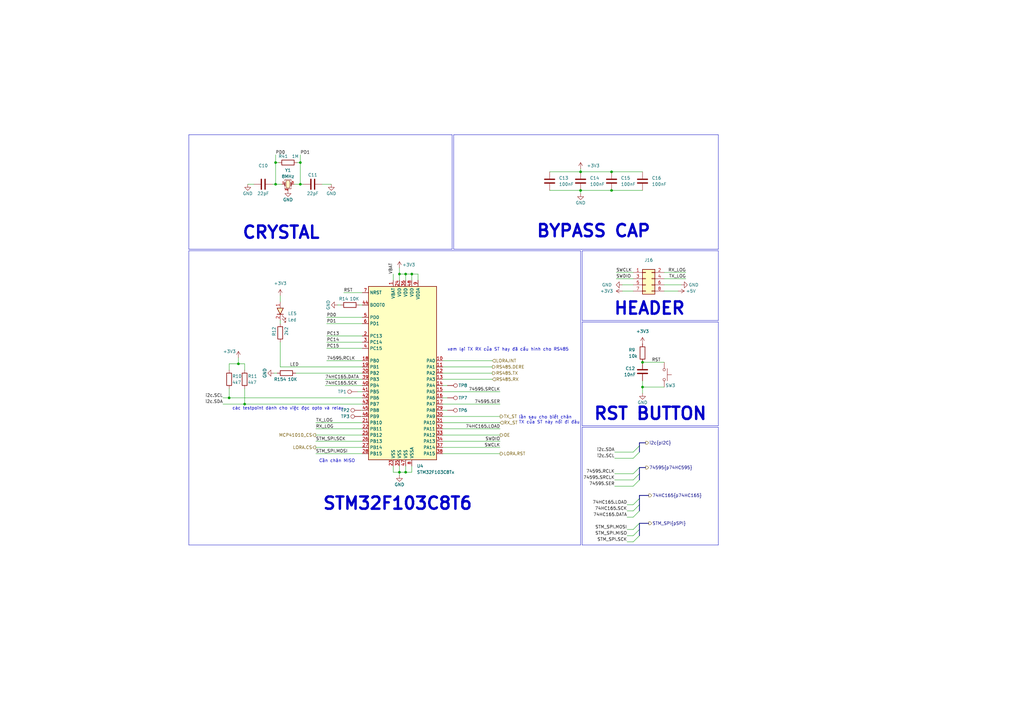
<source format=kicad_sch>
(kicad_sch (version 20230121) (generator eeschema)
  (paper "A3")
  (lib_symbols
    (symbol "Connector:TestPoint" (pin_numbers hide) (pin_names (offset 0.762) hide)
      (property "Reference" "TP" (at 0 6.858 0))
      (property "Value" "TestPoint" (at 0 5.08 0))
      (symbol "TestPoint_0_1"
        (circle (center 0 3.302) (radius 0.762))
      )
      (symbol "TestPoint_1_1"
        (pin passive line (at 0 0 90) (length 2.54) (name "1") (number "1"))
      )
    )
    (symbol "Connector_Generic:Conn_02x04_Odd_Even" (pin_names (offset 1.016) hide)
      (property "Reference" "J" (at 1.27 5.08 0))
      (property "Value" "Conn_02x04_Odd_Even" (at 1.27 -7.62 0))
      (symbol "Conn_02x04_Odd_Even_1_1"
        (rectangle (start -1.27 -4.953) (end 0 -5.207) (stroke (width 0.1524)))
        (rectangle (start -1.27 -2.413) (end 0 -2.667) (stroke (width 0.1524)))
        (rectangle (start -1.27 0.127) (end 0 -0.127) (stroke (width 0.1524)))
        (rectangle (start -1.27 2.667) (end 0 2.413) (stroke (width 0.1524)))
        (rectangle (start -1.27 3.81) (end 3.81 -6.35) (stroke (width 0.254)) (fill (type background)))
        (rectangle (start 3.81 -4.953) (end 2.54 -5.207) (stroke (width 0.1524)))
        (rectangle (start 3.81 -2.413) (end 2.54 -2.667) (stroke (width 0.1524)))
        (rectangle (start 3.81 0.127) (end 2.54 -0.127) (stroke (width 0.1524)))
        (rectangle (start 3.81 2.667) (end 2.54 2.413) (stroke (width 0.1524)))
        (pin passive line (at -5.08 2.54 0) (length 3.81) (name "Pin_1") (number "1"))
        (pin passive line (at 7.62 2.54 180) (length 3.81) (name "Pin_2") (number "2"))
        (pin passive line (at -5.08 0 0) (length 3.81) (name "Pin_3") (number "3"))
        (pin passive line (at 7.62 0 180) (length 3.81) (name "Pin_4") (number "4"))
        (pin passive line (at -5.08 -2.54 0) (length 3.81) (name "Pin_5") (number "5"))
        (pin passive line (at 7.62 -2.54 180) (length 3.81) (name "Pin_6") (number "6"))
        (pin passive line (at -5.08 -5.08 0) (length 3.81) (name "Pin_7") (number "7"))
        (pin passive line (at 7.62 -5.08 180) (length 3.81) (name "Pin_8") (number "8"))
      )
    )
    (symbol "Device:R" (pin_numbers hide) (pin_names (offset 0))
      (property "Reference" "R" (at 2.032 0 90))
      (property "Value" "R" (at 0 0 90))
      (symbol "R_0_1"
        (rectangle (start -1.016 -2.54) (end 1.016 2.54) (stroke (width 0.254)))
      )
      (symbol "R_1_1"
        (pin passive line (at 0 3.81 270) (length 1.27) (name "~") (number "1"))
        (pin passive line (at 0 -3.81 90) (length 1.27) (name "~") (number "2"))
      )
    )
    (symbol "GND_1" (power) (pin_names (offset 0))
      (property "Value" "GND_1" (at 0 -3.81 0))
      (symbol "GND_1_0_1"
        (polyline (pts (xy 0 0) (xy 0 -1.27) (xy 1.27 -1.27) (xy 0 -2.54) (xy -1.27 -1.27) (xy 0 -1.27)))
      )
      (symbol "GND_1_1_1"
        (pin power_in line (at 0 0 270) (length 0) hide (name "GND") (number "1"))
      )
    )
    (symbol "GND_2" (power) (pin_names (offset 0))
      (property "Value" "GND_2" (at 0 -3.81 0))
      (symbol "GND_2_0_1"
        (polyline (pts (xy 0 0) (xy 0 -1.27) (xy 1.27 -1.27) (xy 0 -2.54) (xy -1.27 -1.27) (xy 0 -1.27)))
      )
      (symbol "GND_2_1_1"
        (pin power_in line (at 0 0 270) (length 0) hide (name "GND") (number "1"))
      )
    )
    (symbol "GND_3" (power) (pin_names (offset 0))
      (property "Value" "GND_3" (at 0 -3.81 0))
      (symbol "GND_3_0_1"
        (polyline (pts (xy 0 0) (xy 0 -1.27) (xy 1.27 -1.27) (xy 0 -2.54) (xy -1.27 -1.27) (xy 0 -1.27)))
      )
      (symbol "GND_3_1_1"
        (pin power_in line (at 0 0 270) (length 0) hide (name "GND") (number "1"))
      )
    )
    (symbol "GND_4" (power) (pin_names (offset 0))
      (property "Value" "GND_4" (at 0 -3.81 0))
      (symbol "GND_4_0_1"
        (polyline (pts (xy 0 0) (xy 0 -1.27) (xy 1.27 -1.27) (xy 0 -2.54) (xy -1.27 -1.27) (xy 0 -1.27)))
      )
      (symbol "GND_4_1_1"
        (pin power_in line (at 0 0 270) (length 0) hide (name "GND") (number "1"))
      )
    )
    (symbol "GND_5" (power) (pin_names (offset 0))
      (property "Value" "GND_5" (at 0 -3.81 0))
      (symbol "GND_5_0_1"
        (polyline (pts (xy 0 0) (xy 0 -1.27) (xy 1.27 -1.27) (xy 0 -2.54) (xy -1.27 -1.27) (xy 0 -1.27)))
      )
      (symbol "GND_5_1_1"
        (pin power_in line (at 0 0 270) (length 0) hide (name "GND") (number "1"))
      )
    )
    (symbol "GND_6" (power) (pin_names (offset 0))
      (property "Value" "GND_6" (at 0 -3.81 0))
      (symbol "GND_6_0_1"
        (polyline (pts (xy 0 0) (xy 0 -1.27) (xy 1.27 -1.27) (xy 0 -2.54) (xy -1.27 -1.27) (xy 0 -1.27)))
      )
      (symbol "GND_6_1_1"
        (pin power_in line (at 0 0 270) (length 0) hide (name "GND") (number "1"))
      )
    )
    (symbol "GND_7" (power) (pin_names (offset 0))
      (property "Value" "GND_7" (at 0 -3.81 0))
      (symbol "GND_7_0_1"
        (polyline (pts (xy 0 0) (xy 0 -1.27) (xy 1.27 -1.27) (xy 0 -2.54) (xy -1.27 -1.27) (xy 0 -1.27)))
      )
      (symbol "GND_7_1_1"
        (pin power_in line (at 0 0 270) (length 0) hide (name "GND") (number "1"))
      )
    )
    (symbol "GND_8" (power) (pin_names (offset 0))
      (property "Value" "GND_8" (at 0 -3.81 0))
      (symbol "GND_8_0_1"
        (polyline (pts (xy 0 0) (xy 0 -1.27) (xy 1.27 -1.27) (xy 0 -2.54) (xy -1.27 -1.27) (xy 0 -1.27)))
      )
      (symbol "GND_8_1_1"
        (pin power_in line (at 0 0 270) (length 0) hide (name "GND") (number "1"))
      )
    )
    (symbol "GND_9" (power) (pin_names (offset 0))
      (property "Value" "GND_9" (at 0 -3.81 0))
      (symbol "GND_9_0_1"
        (polyline (pts (xy 0 0) (xy 0 -1.27) (xy 1.27 -1.27) (xy 0 -2.54) (xy -1.27 -1.27) (xy 0 -1.27)))
      )
      (symbol "GND_9_1_1"
        (pin power_in line (at 0 0 270) (length 0) hide (name "GND") (number "1"))
      )
    )
    (symbol "IVS_SYMBOLS:Crystal_MCU" (pin_names (offset 1.016) hide)
      (property "Reference" "Y" (at 1.27 4.445 0))
      (property "Value" "Crystal_MCU" (at 1.27 2.54 0))
      (symbol "Crystal_MCU_0_1"
        (polyline (pts (xy -1.27 -0.762) (xy -1.27 0.762)) (stroke (width 0.381)))
        (polyline (pts (xy 1.27 -0.762) (xy 1.27 0.762)) (stroke (width 0.381)))
        (polyline (pts (xy -1.27 -1.27) (xy -1.27 -1.905) (xy 1.27 -1.905) (xy 1.27 -1.27)))
        (polyline (pts (xy -1.27 1.27) (xy -1.27 1.905) (xy 1.27 1.905) (xy 1.27 1.27)))
      )
      (symbol "Crystal_MCU_1_1"
        (rectangle (start -0.762 1.524) (end 0.762 -1.524) (fill (type background)))
        (pin passive line (at -2.54 0 0) (length 1.27) (name "1") (number "1"))
        (pin passive line (at 0 -2.54 90) (length 0.635) (name "2") (number "2"))
        (pin passive line (at 2.54 0 180) (length 1.27) (name "3") (number "3"))
        (pin passive line (at 0 -2.54 90) (length 0.635) hide (name "4") (number "4"))
      )
    )
    (symbol "IVS_SYMBOLS:Led"
      (property "Reference" "LE" (at 0.508 -2.794 0))
      (property "Value" "Led" (at -0.254 2.794 0))
      (symbol "Led_0_1"
        (polyline (pts (xy 0 -1.27) (xy 0 1.27)) (stroke (width 0.254)))
        (polyline (pts (xy 2.54 -1.27) (xy 2.54 1.27) (xy 0 0) (xy 2.54 -1.27)) (stroke (width 0.254)) (fill (type background)))
        (polyline (pts (xy -1.778 -0.762) (xy -3.302 -2.286) (xy -2.54 -2.286) (xy -3.302 -2.286) (xy -3.302 -1.524)))
        (polyline (pts (xy -0.508 -0.762) (xy -2.032 -2.286) (xy -1.27 -2.286) (xy -2.032 -2.286) (xy -2.032 -1.524)))
      )
      (symbol "Led_1_1"
        (pin passive line (at 5.08 0 180) (length 2.54) (name "") (number "1"))
        (pin passive line (at -2.54 0 0) (length 2.54) (name "") (number "2"))
      )
    )
    (symbol "MCU_ST_STM32F1:STM32F103C8Tx"
      (property "Reference" "U" (at -15.24 36.83 0))
      (property "Value" "STM32F103C8Tx" (at 7.62 36.83 0))
      (symbol "STM32F103C8Tx_0_1"
        (rectangle (start -15.24 -35.56) (end 12.7 35.56) (stroke (width 0.254)) (fill (type background)))
      )
      (symbol "STM32F103C8Tx_1_1"
        (pin power_in line (at -5.08 38.1 270) (length 2.54) (name "VBAT") (number "1"))
        (pin bidirectional line (at 15.24 5.08 180) (length 2.54) (name "PA0") (number "10"))
        (pin bidirectional line (at 15.24 2.54 180) (length 2.54) (name "PA1") (number "11"))
        (pin bidirectional line (at 15.24 0 180) (length 2.54) (name "PA2") (number "12"))
        (pin bidirectional line (at 15.24 -2.54 180) (length 2.54) (name "PA3") (number "13"))
        (pin bidirectional line (at 15.24 -5.08 180) (length 2.54) (name "PA4") (number "14"))
        (pin bidirectional line (at 15.24 -7.62 180) (length 2.54) (name "PA5") (number "15"))
        (pin bidirectional line (at 15.24 -10.16 180) (length 2.54) (name "PA6") (number "16"))
        (pin bidirectional line (at 15.24 -12.7 180) (length 2.54) (name "PA7") (number "17"))
        (pin bidirectional line (at -17.78 5.08 0) (length 2.54) (name "PB0") (number "18"))
        (pin bidirectional line (at -17.78 2.54 0) (length 2.54) (name "PB1") (number "19"))
        (pin bidirectional line (at -17.78 15.24 0) (length 2.54) (name "PC13") (number "2"))
        (pin bidirectional line (at -17.78 0 0) (length 2.54) (name "PB2") (number "20"))
        (pin bidirectional line (at -17.78 -20.32 0) (length 2.54) (name "PB10") (number "21"))
        (pin bidirectional line (at -17.78 -22.86 0) (length 2.54) (name "PB11") (number "22"))
        (pin power_in line (at -5.08 -38.1 90) (length 2.54) (name "VSS") (number "23"))
        (pin power_in line (at -2.54 38.1 270) (length 2.54) (name "VDD") (number "24"))
        (pin bidirectional line (at -17.78 -25.4 0) (length 2.54) (name "PB12") (number "25"))
        (pin bidirectional line (at -17.78 -27.94 0) (length 2.54) (name "PB13") (number "26"))
        (pin bidirectional line (at -17.78 -30.48 0) (length 2.54) (name "PB14") (number "27"))
        (pin bidirectional line (at -17.78 -33.02 0) (length 2.54) (name "PB15") (number "28"))
        (pin bidirectional line (at 15.24 -15.24 180) (length 2.54) (name "PA8") (number "29"))
        (pin bidirectional line (at -17.78 12.7 0) (length 2.54) (name "PC14") (number "3"))
        (pin bidirectional line (at 15.24 -17.78 180) (length 2.54) (name "PA9") (number "30"))
        (pin bidirectional line (at 15.24 -20.32 180) (length 2.54) (name "PA10") (number "31"))
        (pin bidirectional line (at 15.24 -22.86 180) (length 2.54) (name "PA11") (number "32"))
        (pin bidirectional line (at 15.24 -25.4 180) (length 2.54) (name "PA12") (number "33"))
        (pin bidirectional line (at 15.24 -27.94 180) (length 2.54) (name "PA13") (number "34"))
        (pin power_in line (at -2.54 -38.1 90) (length 2.54) (name "VSS") (number "35"))
        (pin power_in line (at 0 38.1 270) (length 2.54) (name "VDD") (number "36"))
        (pin bidirectional line (at 15.24 -30.48 180) (length 2.54) (name "PA14") (number "37"))
        (pin bidirectional line (at 15.24 -33.02 180) (length 2.54) (name "PA15") (number "38"))
        (pin bidirectional line (at -17.78 -2.54 0) (length 2.54) (name "PB3") (number "39"))
        (pin bidirectional line (at -17.78 10.16 0) (length 2.54) (name "PC15") (number "4"))
        (pin bidirectional line (at -17.78 -5.08 0) (length 2.54) (name "PB4") (number "40"))
        (pin bidirectional line (at -17.78 -7.62 0) (length 2.54) (name "PB5") (number "41"))
        (pin bidirectional line (at -17.78 -10.16 0) (length 2.54) (name "PB6") (number "42"))
        (pin bidirectional line (at -17.78 -12.7 0) (length 2.54) (name "PB7") (number "43"))
        (pin input line (at -17.78 27.94 0) (length 2.54) (name "BOOT0") (number "44"))
        (pin bidirectional line (at -17.78 -15.24 0) (length 2.54) (name "PB8") (number "45"))
        (pin bidirectional line (at -17.78 -17.78 0) (length 2.54) (name "PB9") (number "46"))
        (pin power_in line (at 0 -38.1 90) (length 2.54) (name "VSS") (number "47"))
        (pin power_in line (at 2.54 38.1 270) (length 2.54) (name "VDD") (number "48"))
        (pin input line (at -17.78 22.86 0) (length 2.54) (name "PD0") (number "5"))
        (pin input line (at -17.78 20.32 0) (length 2.54) (name "PD1") (number "6"))
        (pin input line (at -17.78 33.02 0) (length 2.54) (name "NRST") (number "7"))
        (pin power_in line (at 2.54 -38.1 90) (length 2.54) (name "VSSA") (number "8"))
        (pin power_in line (at 5.08 38.1 270) (length 2.54) (name "VDDA") (number "9"))
      )
    )
    (symbol "Thu_vien_kicad:C" (pin_numbers hide) (pin_names (offset 0.254))
      (property "Reference" "C" (at 0.635 2.54 0))
      (property "Value" "C" (at 0.635 -2.54 0))
      (symbol "C_0_1"
        (polyline (pts (xy -2.032 -0.762) (xy 2.032 -0.762)) (stroke (width 0.508)))
        (polyline (pts (xy -2.032 0.762) (xy 2.032 0.762)) (stroke (width 0.508)))
      )
      (symbol "C_1_1"
        (pin passive line (at 0 3.81 270) (length 2.794) (name "~") (number "1"))
        (pin passive line (at 0 -3.81 90) (length 2.794) (name "~") (number "2"))
      )
    )
    (symbol "Thu_vien_kicad:R" (pin_numbers hide) (pin_names (offset 0))
      (property "Reference" "R" (at 2.032 0 90))
      (property "Value" "R" (at 0 0 90))
      (symbol "R_0_1"
        (rectangle (start -1.016 -2.54) (end 1.016 2.54) (stroke (width 0.254)))
      )
      (symbol "R_1_1"
        (pin passive line (at 0 3.81 270) (length 1.27) (name "~") (number "1"))
        (pin passive line (at 0 -3.81 90) (length 1.27) (name "~") (number "2"))
      )
    )
    (symbol "Thu_vien_kicad:SW_Push" (pin_numbers hide) (pin_names (offset 1.016) hide)
      (property "Reference" "SW" (at 1.27 2.54 0))
      (property "Value" "SW_Push" (at 0 -1.524 0))
      (symbol "SW_Push_0_1"
        (circle (center -2.032 0) (radius 0.508))
        (polyline (pts (xy 0 1.27) (xy 0 3.048)))
        (polyline (pts (xy 2.54 1.27) (xy -2.54 1.27)))
        (circle (center 2.032 0) (radius 0.508))
        (pin passive line (at -5.08 0 0) (length 2.54) (name "1") (number "1"))
        (pin passive line (at 5.08 0 180) (length 2.54) (name "2") (number "2"))
      )
    )
    (symbol "power:+3V3" (power) (pin_names (offset 0))
      (property "Value" "+3V3" (at 0 3.556 0))
      (symbol "+3V3_0_1"
        (polyline (pts (xy -0.762 1.27) (xy 0 2.54)))
        (polyline (pts (xy 0 0) (xy 0 2.54)))
        (polyline (pts (xy 0 2.54) (xy 0.762 1.27)))
      )
      (symbol "+3V3_1_1"
        (pin power_in line (at 0 0 90) (length 0) hide (name "+3V3") (number "1"))
      )
    )
    (symbol "power:+5V" (power) (pin_names (offset 0))
      (property "Value" "+5V" (at 0 3.556 0))
      (symbol "+5V_0_1"
        (polyline (pts (xy -0.762 1.27) (xy 0 2.54)))
        (polyline (pts (xy 0 0) (xy 0 2.54)))
        (polyline (pts (xy 0 2.54) (xy 0.762 1.27)))
      )
      (symbol "+5V_1_1"
        (pin power_in line (at 0 0 90) (length 0) hide (name "+5V") (number "1"))
      )
    )
    (symbol "power:GND" (power) (pin_names (offset 0))
      (property "Value" "GND" (at 0 -3.81 0))
      (symbol "GND_0_1"
        (polyline (pts (xy 0 0) (xy 0 -1.27) (xy 1.27 -1.27) (xy 0 -2.54) (xy -1.27 -1.27) (xy 0 -1.27)))
      )
      (symbol "GND_1_1"
        (pin power_in line (at 0 0 270) (length 0) hide (name "GND") (number "1"))
      )
    )
  )
  (bus_alias "pSPI" (members "SCK" "MOSI" "MISO"))
  (bus_alias "p74HC595" (members "RCLK" "SRCLK" "SER" "OE"))
  (junction (at 163.83 112.395))
  (junction (at 123.19 75.565))
  (junction (at 263.525 158.75))
  (junction (at 97.79 149.225))
  (junction (at 168.91 112.395))
  (junction (at 93.98 163.195))
  (junction (at 123.19 66.675))
  (junction (at 250.825 70.485))
  (junction (at 113.03 75.565))
  (junction (at 166.37 112.395))
  (junction (at 113.03 66.675))
  (junction (at 238.125 78.105))
  (junction (at 166.37 193.675))
  (junction (at 163.83 193.675))
  (junction (at 238.125 70.485))
  (junction (at 263.525 148.59))
  (junction (at 250.825 78.105))
  (junction (at 100.33 165.735))
  (bus_entry (at 259.715 217.17) (size 2.54 -2.54))
  (bus_entry (at 259.715 199.39) (size 2.54 -2.54))
  (bus_entry (at 259.715 207.01) (size 2.54 -2.54))
  (bus_entry (at 259.715 212.09) (size 2.54 -2.54))
  (bus_entry (at 259.715 209.55) (size 2.54 -2.54))
  (bus_entry (at 259.715 219.71) (size 2.54 -2.54))
  (bus_entry (at 259.715 222.25) (size 2.54 -2.54))
  (bus_entry (at 259.715 187.96) (size 2.54 -2.54))
  (bus_entry (at 259.715 194.31) (size 2.54 -2.54))
  (bus_entry (at 259.715 185.42) (size 2.54 -2.54))
  (bus_entry (at 259.715 196.85) (size 2.54 -2.54))
  (wire (pts (xy 123.19 63.5) (xy 123.19 66.675)))
  (wire (pts (xy 201.93 147.955) (xy 181.61 147.955)))
  (wire (pts (xy 133.985 140.335) (xy 148.59 140.335)))
  (wire (pts (xy 129.54 183.515) (xy 148.59 183.515)))
  (wire (pts (xy 166.37 114.935) (xy 166.37 112.395)))
  (wire (pts (xy 252.095 194.31) (xy 259.715 194.31)))
  (wire (pts (xy 163.83 109.855) (xy 163.83 112.395)))
  (wire (pts (xy 181.61 173.355) (xy 205.105 173.355)))
  (wire (pts (xy 252.095 196.85) (xy 259.715 196.85)))
  (wire (pts (xy 100.33 149.225) (xy 100.33 151.765)))
  (polyline (pts (xy 238.76 102.87) (xy 238.76 131.445)))
  (wire (pts (xy 113.03 75.565) (xy 115.57 75.565)))
  (polyline (pts (xy 238.125 223.52) (xy 77.47 223.52)))
  (wire (pts (xy 93.98 149.225) (xy 93.98 151.765)))
  (wire (pts (xy 168.91 191.135) (xy 168.91 193.675)))
  (wire (pts (xy 161.29 193.675) (xy 163.83 193.675)))
  (wire (pts (xy 171.45 112.395) (xy 168.91 112.395)))
  (wire (pts (xy 272.415 116.84) (xy 279.4 116.84)))
  (wire (pts (xy 183.515 163.195) (xy 181.61 163.195)))
  (wire (pts (xy 181.61 183.515) (xy 205.105 183.515)))
  (wire (pts (xy 272.415 119.38) (xy 278.13 119.38)))
  (polyline (pts (xy 238.76 223.52) (xy 238.76 175.26)))
  (wire (pts (xy 133.985 130.175) (xy 148.59 130.175)))
  (wire (pts (xy 97.79 149.225) (xy 93.98 149.225)))
  (wire (pts (xy 181.61 153.035) (xy 201.93 153.035)))
  (wire (pts (xy 121.92 66.675) (xy 123.19 66.675)))
  (wire (pts (xy 114.935 140.335) (xy 114.935 150.495)))
  (wire (pts (xy 147.955 168.275) (xy 148.59 168.275)))
  (bus (pts (xy 264.795 181.61) (xy 262.255 181.61)))
  (wire (pts (xy 181.61 160.655) (xy 205.105 160.655)))
  (wire (pts (xy 97.79 146.685) (xy 97.79 149.225)))
  (wire (pts (xy 166.37 193.675) (xy 163.83 193.675)))
  (wire (pts (xy 181.61 180.975) (xy 205.105 180.975)))
  (wire (pts (xy 93.98 163.195) (xy 148.59 163.195)))
  (polyline (pts (xy 77.47 102.235) (xy 185.42 102.235)))
  (wire (pts (xy 129.54 175.895) (xy 148.59 175.895)))
  (wire (pts (xy 163.83 193.675) (xy 163.83 194.945)))
  (polyline (pts (xy 238.76 132.08) (xy 294.64 132.08)))
  (wire (pts (xy 113.03 63.5) (xy 113.03 66.675)))
  (polyline (pts (xy 294.64 175.26) (xy 294.64 223.52)))
  (wire (pts (xy 138.43 125.095) (xy 139.7 125.095)))
  (wire (pts (xy 91.44 165.735) (xy 100.33 165.735)))
  (polyline (pts (xy 77.47 102.235) (xy 77.47 55.245)))
  (wire (pts (xy 181.61 150.495) (xy 201.93 150.495)))
  (bus (pts (xy 262.255 207.01) (xy 262.255 204.47)))
  (polyline (pts (xy 294.64 132.08) (xy 294.64 174.625)))
  (polyline (pts (xy 294.64 131.445) (xy 238.76 131.445)))
  (bus (pts (xy 266.065 214.63) (xy 262.255 214.63)))
  (wire (pts (xy 181.61 155.575) (xy 201.93 155.575)))
  (bus (pts (xy 262.255 203.2) (xy 266.065 203.2)))
  (wire (pts (xy 129.54 180.975) (xy 148.59 180.975)))
  (wire (pts (xy 146.685 160.655) (xy 148.59 160.655)))
  (wire (pts (xy 133.985 147.955) (xy 148.59 147.955)))
  (wire (pts (xy 183.515 168.275) (xy 181.61 168.275)))
  (wire (pts (xy 263.525 148.59) (xy 272.415 148.59)))
  (wire (pts (xy 181.61 178.435) (xy 205.105 178.435)))
  (wire (pts (xy 238.125 78.105) (xy 238.125 79.375)))
  (wire (pts (xy 113.03 66.675) (xy 114.3 66.675)))
  (wire (pts (xy 238.125 70.485) (xy 250.825 70.485)))
  (wire (pts (xy 259.715 217.17) (xy 257.175 217.17)))
  (polyline (pts (xy 238.125 102.87) (xy 238.125 223.52)))
  (wire (pts (xy 250.825 70.485) (xy 263.525 70.485)))
  (polyline (pts (xy 238.76 223.52) (xy 294.64 223.52)))
  (wire (pts (xy 263.525 158.75) (xy 272.415 158.75)))
  (wire (pts (xy 163.83 191.135) (xy 163.83 193.675)))
  (bus (pts (xy 262.255 204.47) (xy 262.255 203.2)))
  (polyline (pts (xy 238.76 174.625) (xy 294.64 174.625)))
  (wire (pts (xy 132.08 75.565) (xy 135.89 75.565)))
  (wire (pts (xy 93.98 159.385) (xy 93.98 163.195)))
  (wire (pts (xy 133.985 132.715) (xy 148.59 132.715)))
  (wire (pts (xy 133.985 142.875) (xy 148.59 142.875)))
  (wire (pts (xy 250.825 78.105) (xy 263.525 78.105)))
  (polyline (pts (xy 294.64 102.235) (xy 294.64 55.245)))
  (wire (pts (xy 168.91 114.935) (xy 168.91 112.395)))
  (wire (pts (xy 252.095 199.39) (xy 259.715 199.39)))
  (polyline (pts (xy 238.76 175.26) (xy 294.64 175.26)))
  (wire (pts (xy 163.83 112.395) (xy 163.83 114.935)))
  (wire (pts (xy 225.425 78.105) (xy 238.125 78.105)))
  (wire (pts (xy 97.79 149.225) (xy 100.33 149.225)))
  (wire (pts (xy 259.715 114.3) (xy 252.73 114.3)))
  (wire (pts (xy 272.415 114.3) (xy 281.305 114.3)))
  (wire (pts (xy 257.175 209.55) (xy 259.715 209.55)))
  (polyline (pts (xy 294.64 55.245) (xy 186.055 55.245)))
  (wire (pts (xy 259.715 119.38) (xy 255.27 119.38)))
  (polyline (pts (xy 77.47 102.87) (xy 238.125 102.87)))
  (wire (pts (xy 181.61 175.895) (xy 205.105 175.895)))
  (wire (pts (xy 257.175 207.01) (xy 259.715 207.01)))
  (wire (pts (xy 114.935 131.445) (xy 114.935 132.715)))
  (wire (pts (xy 121.285 153.035) (xy 148.59 153.035)))
  (bus (pts (xy 262.255 194.31) (xy 262.255 191.77)))
  (wire (pts (xy 263.525 158.75) (xy 263.525 156.21)))
  (wire (pts (xy 181.61 186.055) (xy 205.105 186.055)))
  (wire (pts (xy 259.715 111.76) (xy 252.73 111.76)))
  (wire (pts (xy 259.715 185.42) (xy 252.095 185.42)))
  (wire (pts (xy 123.19 66.675) (xy 123.19 75.565)))
  (wire (pts (xy 133.985 137.795) (xy 148.59 137.795)))
  (wire (pts (xy 147.955 170.815) (xy 148.59 170.815)))
  (bus (pts (xy 262.255 182.88) (xy 262.255 181.61)))
  (wire (pts (xy 166.37 112.395) (xy 163.83 112.395)))
  (wire (pts (xy 272.415 111.76) (xy 281.305 111.76)))
  (wire (pts (xy 129.54 173.355) (xy 148.59 173.355)))
  (wire (pts (xy 140.97 120.015) (xy 148.59 120.015)))
  (wire (pts (xy 161.29 191.135) (xy 161.29 193.675)))
  (wire (pts (xy 259.715 116.84) (xy 255.27 116.84)))
  (polyline (pts (xy 185.42 55.245) (xy 185.42 102.235)))
  (bus (pts (xy 262.255 217.17) (xy 262.255 219.71)))
  (wire (pts (xy 133.35 158.115) (xy 148.59 158.115)))
  (wire (pts (xy 100.33 159.385) (xy 100.33 165.735)))
  (wire (pts (xy 123.19 75.565) (xy 124.46 75.565)))
  (polyline (pts (xy 77.47 55.245) (xy 185.42 55.245)))
  (bus (pts (xy 262.255 185.42) (xy 262.255 182.88)))
  (wire (pts (xy 259.715 187.96) (xy 252.095 187.96)))
  (wire (pts (xy 120.65 75.565) (xy 123.19 75.565)))
  (wire (pts (xy 171.45 114.935) (xy 171.45 112.395)))
  (wire (pts (xy 181.61 170.815) (xy 205.105 170.815)))
  (wire (pts (xy 112.395 153.035) (xy 113.665 153.035)))
  (polyline (pts (xy 77.47 102.87) (xy 77.47 223.52)))
  (wire (pts (xy 113.03 66.675) (xy 113.03 75.565)))
  (wire (pts (xy 147.32 125.095) (xy 148.59 125.095)))
  (polyline (pts (xy 186.055 55.245) (xy 186.055 102.235)))
  (wire (pts (xy 114.935 150.495) (xy 148.59 150.495)))
  (wire (pts (xy 238.125 69.215) (xy 238.125 70.485)))
  (wire (pts (xy 181.61 165.735) (xy 205.105 165.735)))
  (wire (pts (xy 263.525 161.29) (xy 263.525 158.75)))
  (wire (pts (xy 183.515 158.115) (xy 181.61 158.115)))
  (wire (pts (xy 161.29 112.395) (xy 161.29 114.935)))
  (wire (pts (xy 168.91 193.675) (xy 166.37 193.675)))
  (wire (pts (xy 259.715 212.09) (xy 257.175 212.09)))
  (wire (pts (xy 259.715 219.71) (xy 257.175 219.71)))
  (bus (pts (xy 262.255 196.85) (xy 262.255 194.31)))
  (bus (pts (xy 262.255 209.55) (xy 262.255 207.01)))
  (wire (pts (xy 257.175 222.25) (xy 259.715 222.25)))
  (polyline (pts (xy 238.76 102.87) (xy 294.64 102.87)))
  (wire (pts (xy 133.35 155.575) (xy 148.59 155.575)))
  (wire (pts (xy 114.935 121.285) (xy 114.935 123.825)))
  (wire (pts (xy 129.54 178.435) (xy 148.59 178.435)))
  (wire (pts (xy 168.91 112.395) (xy 166.37 112.395)))
  (polyline (pts (xy 238.76 174.625) (xy 238.76 132.08)))
  (bus (pts (xy 262.255 191.77) (xy 264.795 191.77)))
  (wire (pts (xy 100.33 165.735) (xy 148.59 165.735)))
  (wire (pts (xy 101.6 75.565) (xy 104.14 75.565)))
  (wire (pts (xy 111.76 75.565) (xy 113.03 75.565)))
  (wire (pts (xy 225.425 70.485) (xy 238.125 70.485)))
  (wire (pts (xy 91.44 163.195) (xy 93.98 163.195)))
  (wire (pts (xy 129.54 186.055) (xy 148.59 186.055)))
  (wire (pts (xy 238.125 78.105) (xy 250.825 78.105)))
  (bus (pts (xy 262.255 214.63) (xy 262.255 217.17)))
  (wire (pts (xy 166.37 191.135) (xy 166.37 193.675)))
  (polyline (pts (xy 294.64 102.87) (xy 294.64 131.445)))
  (polyline (pts (xy 186.055 102.235) (xy 294.64 102.235)))
  (text "BYPASS CAP" (at 219.71 97.79 0) (effects (font (size 5 5) (thickness 1) bold) (justify left bottom)))
  (text "STM32F103C8T6\n" (at 132.08 209.55 0) (effects (font (size 5 5) (thickness 1) bold) (justify left bottom)))
  (text "xem lại TX RX của ST hay đã cấu hình cho RS485" (at 183.515 144.145 0) (effects (font (size 1.27 1.27)) (justify left bottom)))
  (text "lần sau cho biết chân \nTX của ST này nối đi đâu" (at 212.725 173.99 0) (effects (font (size 1.27 1.27)) (justify left bottom)))
  (text "HEADER\n" (at 251.46 129.54 0) (effects (font (size 5 5) (thickness 1) bold) (justify left bottom)))
  (text "RST BUTTON" (at 243.205 172.72 0) (effects (font (size 5 5) (thickness 1) bold) (justify left bottom)))
  (text "CRYSTAL" (at 99.06 98.425 0) (effects (font (size 5 5) (thickness 1) bold) (justify left bottom)))
  (text "các testpoint dành cho việc đọc opto và relay" (at 95.25 168.275 0) (effects (font (size 1.27 1.27)) (justify left bottom)))
  (text "Cần chân MISO" (at 130.81 189.865 0) (effects (font (size 1.27 1.27)) (justify left bottom)))
  (label "PD1" (at 133.985 132.715 0))
  (label "i2c.SDA" (at 252.095 185.42 180))
  (label "PC15" (at 133.985 142.875 0))
  (label "STM_SPI.MOSI" (at 257.175 217.17 180))
  (label "74HC165.DATA" (at 133.35 155.575 0))
  (label "STM_SPI.SCK" (at 129.54 180.975 0))
  (label "74HC165.SCK" (at 257.175 209.55 180))
  (label "74595.RCLK" (at 133.985 147.955 0))
  (label "SWCLK" (at 205.105 183.515 180))
  (label "STM_SPI.MOSI" (at 129.54 186.055 0))
  (label "74595.RCLK" (at 252.095 194.31 180))
  (label "SWCLK" (at 252.73 111.76 0))
  (label "LED" (at 122.555 150.495 180))
  (label "RX_LOG" (at 281.305 111.76 180))
  (label "PC14" (at 133.985 140.335 0))
  (label "i2c.SCL" (at 91.44 163.195 180))
  (label "74595.SRCLK" (at 252.095 196.85 180))
  (label "i2c.SDA" (at 91.44 165.735 180))
  (label "STM_SPI.MISO" (at 257.175 219.71 180))
  (label "i2c.SCL" (at 252.095 187.96 180))
  (label "TX_LOG" (at 129.54 173.355 0))
  (label "PD0" (at 113.03 63.5 0))
  (label "74595.SRCLK" (at 205.105 160.655 180))
  (label "PD1" (at 123.19 63.5 0))
  (label "74HC165.DATA" (at 257.175 212.09 180))
  (label "STM_SPI.SCK" (at 257.175 222.25 180))
  (label "RX_LOG" (at 129.54 175.895 0))
  (label "74595.SER" (at 252.095 199.39 180))
  (label "TX_LOG" (at 281.305 114.3 180))
  (label "VBAT" (at 161.29 112.395 90))
  (label "74HC165.LOAD" (at 205.105 175.895 180))
  (label "SWDIO" (at 252.73 114.3 0))
  (label "74HC165.SCK" (at 133.35 158.115 0))
  (label "74HC165.LOAD" (at 257.175 207.01 180))
  (label "RST" (at 267.335 148.59 0))
  (label "74595.SER" (at 205.105 165.735 180))
  (label "PC13" (at 133.985 137.795 0))
  (label "RST" (at 140.97 120.015 0))
  (label "PD0" (at 133.985 130.175 0))
  (label "SWDIO" (at 205.105 180.975 180))
  (hierarchical_label "LORA.RST" (shape output) (at 205.105 186.055 0))
  (hierarchical_label "STM_SPI{pSPI}" (shape output) (at 266.065 214.63 0))
  (hierarchical_label "LORA.INT" (shape input) (at 201.93 147.955 0))
  (hierarchical_label "74HC165{p74HC165}" (shape output) (at 266.065 203.2 0))
  (hierarchical_label "RX_ST" (shape input) (at 205.105 173.355 0))
  (hierarchical_label "MCP41010_CS" (shape output) (at 129.54 178.435 180))
  (hierarchical_label "i2c{pI2C}" (shape output) (at 264.795 181.61 0))
  (hierarchical_label "LORA.CS" (shape output) (at 129.54 183.515 180))
  (hierarchical_label "RS485.DERE" (shape output) (at 201.93 150.495 0))
  (hierarchical_label "74595{p74HC595}" (shape output) (at 264.795 191.77 0))
  (hierarchical_label "TX_ST" (shape output) (at 205.105 170.815 0))
  (hierarchical_label "RS485.RX" (shape input) (at 201.93 155.575 0))
  (hierarchical_label "OE" (shape output) (at 205.105 178.435 0))
  (hierarchical_label "RS485.TX" (shape output) (at 201.93 153.035 0))
  (symbol (lib_id "Connector:TestPoint") (at 147.955 170.815 90) (unit 1)
    (property "Reference" "TP3" (at 141.605 170.815 90))
    (property "Value" "TestPoint" (effects hide))
    (property "Footprint" "TestPoint:TestPoint_Pad_D1.0mm" (effects hide))
  )
  (symbol (lib_id "Thu_vien_kicad:C") (at 225.425 74.295 0) (unit 1)
    (property "Reference" "C13" (at 229.235 73.0249 0) (effects (justify left)))
    (property "Value" "100nF" (at 229.235 75.5649 0) (effects (justify left)))
    (property "Footprint" "IVS_FOOTPRINTS:C_0603" (effects hide))
  )
  (symbol (lib_name "GND_8") (lib_id "power:GND") (at 255.27 116.84 270) (mirror x) (unit 1)
    (property "Reference" "#PWR033" (effects hide))
    (property "Value" "GND" (at 248.92 116.84 90))
  )
  (symbol (lib_name "GND_7") (lib_id "power:GND") (at 135.89 75.565 0) (unit 1)
    (property "Reference" "#PWR021" (effects hide))
    (property "Value" "GND" (at 135.89 79.375 0))
  )
  (symbol (lib_id "Thu_vien_kicad:R") (at 263.525 144.78 0) (unit 1)
    (property "Reference" "R9" (at 257.81 143.51 0) (effects (justify left)))
    (property "Value" "10k" (at 257.81 146.05 0) (effects (justify left)))
    (property "Footprint" "IVS_FOOTPRINTS:R_0603" (effects hide))
  )
  (symbol (lib_name "GND_4") (lib_id "power:GND") (at 101.6 75.565 0) (unit 1)
    (property "Reference" "#PWR018" (effects hide))
    (property "Value" "GND" (at 101.6 79.375 0))
  )
  (symbol (lib_id "Thu_vien_kicad:C") (at 128.27 75.565 90) (unit 1)
    (property "Reference" "C11" (at 128.27 71.755 90))
    (property "Value" "22pF" (at 128.27 79.375 90))
    (property "Footprint" "IVS_FOOTPRINTS:C_0603" (effects hide))
  )
  (symbol (lib_id "Thu_vien_kicad:C") (at 250.825 74.295 0) (unit 1)
    (property "Reference" "C15" (at 254.635 73.0249 0) (effects (justify left)))
    (property "Value" "100nF" (at 254.635 75.5649 0) (effects (justify left)))
    (property "Footprint" "IVS_FOOTPRINTS:C_0603" (effects hide))
  )
  (symbol (lib_id "MCU_ST_STM32F1:STM32F103C8Tx") (at 166.37 153.035 0) (unit 1)
    (property "Reference" "U4" (at 170.9294 191.135 0) (effects (justify left)))
    (property "Value" "STM32F103C8Tx" (at 170.9294 193.675 0) (effects (justify left)))
    (property "Footprint" "IVS_FOOTPRINTS:LQFP-48_7x7mm_P0.5mm" (effects hide))
    (property "Datasheet" "http://www.st.com/st-web-ui/static/active/en/resource/technical/document/datasheet/CD00161566.pdf" (effects hide))
  )
  (symbol (lib_id "power:+5V") (at 278.13 119.38 270) (mirror x) (unit 1)
    (property "Reference" "#PWR035" (effects hide))
    (property "Value" "+5V" (at 281.305 119.3801 90) (effects (justify left)))
  )
  (symbol (lib_name "GND_5") (lib_id "power:GND") (at 238.125 79.375 0) (unit 1)
    (property "Reference" "#PWR027" (effects hide))
    (property "Value" "GND" (at 238.125 83.185 0))
  )
  (symbol (lib_name "GND_6") (lib_id "power:GND") (at 163.83 194.945 0) (unit 1)
    (property "Reference" "#PWR029" (effects hide))
    (property "Value" "GND" (at 163.83 198.755 0))
  )
  (symbol (lib_id "Thu_vien_kicad:R") (at 117.475 153.035 90) (unit 1)
    (property "Reference" "R154" (at 117.475 155.575 90) (effects (justify left)))
    (property "Value" "10K" (at 121.92 155.575 90) (effects (justify left)))
    (property "Footprint" "IVS_FOOTPRINTS:R_0603" (effects hide))
  )
  (symbol (lib_id "IVS_SYMBOLS:Led") (at 114.935 128.905 90) (unit 1)
    (property "Reference" "LE5" (at 118.11 128.5875 90) (effects (justify right)))
    (property "Value" "Led" (at 118.11 131.1275 90) (effects (justify right)))
    (property "Footprint" "IVS_FOOTPRINTS:LED_0603" (effects hide))
  )
  (symbol (lib_id "Connector:TestPoint") (at 147.955 168.275 90) (unit 1)
    (property "Reference" "TP2" (at 141.605 168.275 90))
    (property "Value" "TestPoint" (effects hide))
    (property "Footprint" "TestPoint:TestPoint_Pad_D1.0mm" (effects hide))
  )
  (symbol (lib_id "power:+3V3") (at 238.125 69.215 0) (unit 1)
    (property "Reference" "#PWR026" (effects hide))
    (property "Value" "+3V3" (at 240.665 67.9449 0) (effects (justify left)))
  )
  (symbol (lib_id "power:GND") (at 138.43 125.095 270) (unit 1)
    (property "Reference" "#PWR019" (effects hide))
    (property "Value" "GND" (at 134.62 125.095 0))
  )
  (symbol (lib_id "Connector:TestPoint") (at 146.685 160.655 90) (unit 1)
    (property "Reference" "TP1" (at 140.335 160.655 90))
    (property "Value" "TestPoint" (effects hide))
    (property "Footprint" "TestPoint:TestPoint_Pad_D1.0mm" (effects hide))
  )
  (symbol (lib_name "GND_9") (lib_id "power:GND") (at 112.395 153.035 270) (unit 1)
    (property "Reference" "#PWR031" (effects hide))
    (property "Value" "GND" (at 108.585 153.035 0))
  )
  (symbol (lib_id "Thu_vien_kicad:C") (at 263.525 152.4 180) (unit 1)
    (property "Reference" "C12" (at 256.54 151.13 0) (effects (justify right)))
    (property "Value" "10nF" (at 255.905 153.67 0) (effects (justify right)))
    (property "Footprint" "IVS_FOOTPRINTS:C_0603" (effects hide))
  )
  (symbol (lib_id "power:+3V3") (at 97.79 146.685 0) (unit 1)
    (property "Reference" "#PWR024" (effects hide))
    (property "Value" "+3V3" (at 91.44 144.145 0) (effects (justify left)))
  )
  (symbol (lib_id "Thu_vien_kicad:R") (at 114.935 136.525 180) (unit 1)
    (property "Reference" "R12" (at 112.395 133.985 90) (effects (justify left)))
    (property "Value" "2k2" (at 117.475 133.985 90) (effects (justify left)))
    (property "Footprint" "IVS_FOOTPRINTS:R_0603" (effects hide))
  )
  (symbol (lib_id "Thu_vien_kicad:SW_Push") (at 272.415 153.67 270) (unit 1)
    (property "Reference" "SW3" (at 274.955 158.115 90))
    (property "Value" "SW_Push" (effects hide))
    (property "Footprint" "IVS_FOOTPRINTS:SW_SPST_PTS810" (effects hide))
  )
  (symbol (lib_id "Device:R") (at 93.98 155.575 0) (unit 1)
    (property "Reference" "R10" (at 95.25 154.305 0) (effects (justify left)))
    (property "Value" "4k7" (at 95.25 156.845 0) (effects (justify left)))
    (property "Footprint" "IVS_FOOTPRINTS:R_0603" (effects hide))
  )
  (symbol (lib_id "Connector:TestPoint") (at 183.515 158.115 270) (unit 1)
    (property "Reference" "TP8" (at 189.865 158.115 90))
    (property "Value" "TestPoint" (effects hide))
    (property "Footprint" "TestPoint:TestPoint_Pad_D1.0mm" (effects hide))
  )
  (symbol (lib_name "GND_3") (lib_id "power:GND") (at 118.11 78.105 0) (unit 1)
    (property "Reference" "#PWR020" (effects hide))
    (property "Value" "GND" (at 118.11 81.915 0))
  )
  (symbol (lib_name "GND_1") (lib_id "power:GND") (at 263.525 161.29 0) (unit 1)
    (property "Reference" "#PWR023" (effects hide))
    (property "Value" "GND" (at 263.525 165.1 0))
  )
  (symbol (lib_id "power:+3V3") (at 114.935 121.285 0) (unit 1)
    (property "Reference" "#PWR025" (effects hide))
    (property "Value" "+3V3" (at 114.935 116.205 0))
  )
  (symbol (lib_id "power:+3V3") (at 163.83 109.855 0) (unit 1)
    (property "Reference" "#PWR028" (effects hide))
    (property "Value" "+3V3" (at 167.64 108.585 0))
  )
  (symbol (lib_id "Thu_vien_kicad:C") (at 107.95 75.565 90) (unit 1)
    (property "Reference" "C10" (at 107.95 67.945 90))
    (property "Value" "22pF" (at 107.95 79.375 90))
    (property "Footprint" "IVS_FOOTPRINTS:C_0603" (effects hide))
  )
  (symbol (lib_id "Connector_Generic:Conn_02x04_Odd_Even") (at 264.795 114.3 0) (unit 1)
    (property "Reference" "J16" (at 266.065 106.68 0))
    (property "Value" "Conn_02x04_Odd_Even" (effects hide))
  )
  (symbol (lib_id "Thu_vien_kicad:R") (at 118.11 66.675 90) (unit 1)
    (property "Reference" "R41" (at 118.11 64.135 90) (effects (justify left)))
    (property "Value" "1M" (at 122.555 64.135 90) (effects (justify left)))
    (property "Footprint" "IVS_FOOTPRINTS:R_0603" (effects hide))
  )
  (symbol (lib_name "GND_2") (lib_id "power:GND") (at 279.4 116.84 90) (unit 1)
    (property "Reference" "#PWR037" (effects hide))
    (property "Value" "GND" (at 284.48 116.84 90))
  )
  (symbol (lib_id "Thu_vien_kicad:C") (at 263.525 74.295 0) (unit 1)
    (property "Reference" "C16" (at 267.335 73.0249 0) (effects (justify left)))
    (property "Value" "100nF" (at 267.335 75.5649 0) (effects (justify left)))
    (property "Footprint" "IVS_FOOTPRINTS:C_0603" (effects hide))
  )
  (symbol (lib_id "IVS_SYMBOLS:Crystal_MCU") (at 118.11 75.565 0) (unit 1)
    (property "Reference" "Y1" (at 118.11 69.85 0))
    (property "Value" "8MHz" (at 118.11 72.39 0))
    (property "Footprint" "IVS_FOOTPRINTS:Crystal_3225_4P_3.2x2.6mm" (effects hide))
    (property "Datasheet" "https://docs.rs-online.com/ec34/0900766b816028ea.pdf" (effects hide))
  )
  (symbol (lib_id "Connector:TestPoint") (at 183.515 168.275 270) (unit 1)
    (property "Reference" "TP6" (at 189.865 168.275 90))
    (property "Value" "TestPoint" (effects hide))
    (property "Footprint" "TestPoint:TestPoint_Pad_D1.0mm" (effects hide))
  )
  (symbol (lib_id "Connector:TestPoint") (at 183.515 163.195 270) (unit 1)
    (property "Reference" "TP7" (at 189.865 163.195 90))
    (property "Value" "TestPoint" (effects hide))
    (property "Footprint" "TestPoint:TestPoint_Pad_D1.0mm" (effects hide))
  )
  (symbol (lib_id "power:+3V3") (at 255.27 119.38 90) (unit 1)
    (property "Reference" "#PWR036" (effects hide))
    (property "Value" "+3V3" (at 251.46 119.3801 90) (effects (justify left)))
  )
  (symbol (lib_id "Thu_vien_kicad:C") (at 238.125 74.295 0) (unit 1)
    (property "Reference" "C14" (at 241.935 73.0249 0) (effects (justify left)))
    (property "Value" "100nF" (at 241.935 75.5649 0) (effects (justify left)))
    (property "Footprint" "IVS_FOOTPRINTS:C_0603" (effects hide))
  )
  (symbol (lib_id "Thu_vien_kicad:R") (at 143.51 125.095 90) (unit 1)
    (property "Reference" "R14" (at 142.875 122.555 90) (effects (justify left)))
    (property "Value" "10K" (at 147.32 122.555 90) (effects (justify left)))
    (property "Footprint" "IVS_FOOTPRINTS:R_0603" (effects hide))
  )
  (symbol (lib_id "Device:R") (at 100.33 155.575 0) (unit 1)
    (property "Reference" "R11" (at 101.6 154.305 0) (effects (justify left)))
    (property "Value" "4k7" (at 101.6 156.845 0) (effects (justify left)))
    (property "Footprint" "IVS_FOOTPRINTS:R_0603" (effects hide))
  )
  (symbol (lib_id "power:+3V3") (at 263.525 140.97 0) (unit 1)
    (property "Reference" "#PWR022" (effects hide))
    (property "Value" "+3V3" (at 263.525 135.89 0))
  )
)
</source>
